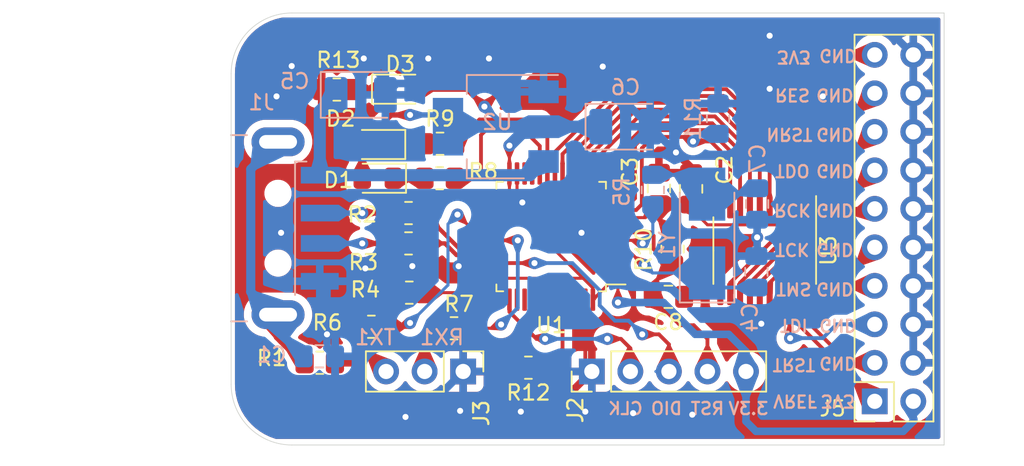
<source format=kicad_pcb>
(kicad_pcb (version 20221018) (generator pcbnew)
  (layers (0 "F.Cu" signal) (31 "B.Cu" signal) (34 "B.Paste" user) (35 "F.Paste" user) (36 "B.SilkS" user "B.Silkscreen") (37 "F.SilkS" user "F.Silkscreen") (38 "B.Mask" user) (39 "F.Mask" user) (44 "Edge.Cuts" user))
  (net 0 "")
  (net 1 "GND")
  (net 2 "+3V3")
  (net 3 "/OSC_IN")
  (net 4 "Net-(C7-Pad1)")
  (net 5 "/NRST")
  (net 6 "/SWDIO")
  (net 7 "/SWCLK")
  (net 8 "/UTX1")
  (net 9 "/URX1")
  (net 10 "/USB_D-")
  (net 11 "/USB_D+")
  (net 12 "/OSC_OUT")
  (net 13 "/LEDG_GPIO")
  (net 14 "/LEDR_GPIO")
  (net 15 "Net-(J1-Shield)")
  (net 16 "Net-(D1-K)")
  (net 17 "Net-(D2-K)")
  (net 18 "Net-(J1-D-)")
  (net 19 "Net-(J1-D+)")
  (net 20 "/VREF")
  (net 21 "/TRST")
  (net 22 "/TDI")
  (net 23 "/TMS_SIO")
  (net 24 "/TCK_SCK")
  (net 25 "/RTCK_UNUSED")
  (net 26 "/TDO")
  (net 27 "/RES_IO")
  (net 28 "Net-(U1-PA9)")
  (net 29 "Net-(U1-PA10)")
  (net 30 "Net-(U1-BOOT0)")
  (net 34 "/PA0")
  (net 35 "/PA1")
  (net 36 "/PA2")
  (net 37 "/PA3")
  (net 38 "/PA4")
  (net 39 "/PA7")
  (net 40 "/PB0")
  (net 44 "/PA5")
  (net 45 "/PA6")
  (net 48 "+5V")
  (net 59 "/MCU_RST")
  (net 60 "Net-(D3-K)")
  (footprint "Resistor_SMD:R_0805_2012Metric_Pad1.20x1.40mm_HandSolder" (layer "F.Cu") (at 100.85 134)
    (fp_text reference "R6")
    (fp_text value "100R")
  )
  (footprint "Resistor_SMD:R_0805_2012Metric_Pad1.20x1.40mm_HandSolder" (layer "F.Cu") (at 120.7 128.875 -90)
    (fp_text reference "R10")
    (fp_text value "10K")
  )
  (footprint "Resistor_SMD:R_0805_2012Metric_Pad1.20x1.40mm_HandSolder" (layer "F.Cu") (at 111.2 136.7 180)
    (fp_text reference "R12")
    (fp_text value "10K")
  )
  (footprint "Connector_PinHeader_2.54mm:PinHeader_1x05_P2.54mm_Vertical" (layer "F.Cu") (at 115.38 136.95 90)
    (fp_text reference "J2")
    (fp_text value "SWD_CONN_5P")
  )
  (footprint "Resistor_SMD:R_0805_2012Metric_Pad1.20x1.40mm_HandSolder" (layer "F.Cu") (at 106.3 134.1)
    (fp_text reference "R7")
    (fp_text value "100R")
  )
  (footprint "Diode_SMD:D_0805_2012Metric_Pad1.15x1.40mm_HandSolder" (layer "F.Cu") (at 101.225 121.975 180)
    (fp_text reference "D2")
    (fp_text value "LEDR")
  )
  (footprint "Diode_SMD:D_0805_2012Metric_Pad1.15x1.40mm_HandSolder" (layer "F.Cu") (at 101.275 124.2 180)
    (fp_text reference "D1")
    (fp_text value "LEDG")
  )
  (footprint "Resistor_SMD:R_0805_2012Metric_Pad1.20x1.40mm_HandSolder" (layer "F.Cu") (at 105.35 124.2)
    (fp_text reference "R8")
    (fp_text value "1K")
  )
  (footprint "Resistor_SMD:R_0805_2012Metric_Pad1.20x1.40mm_HandSolder" (layer "F.Cu") (at 105.375 121.925)
    (fp_text reference "R9")
    (fp_text value "1K")
  )
  (footprint "Resistor_SMD:R_0805_2012Metric_Pad1.20x1.40mm_HandSolder" (layer "F.Cu") (at 103.3 128.5 180)
    (fp_text reference "R3")
    (fp_text value "22R")
  )
  (footprint "Resistor_SMD:R_0805_2012Metric_Pad1.20x1.40mm_HandSolder" (layer "F.Cu") (at 103.3 126.5 180)
    (fp_text reference "R2")
    (fp_text value "22R")
  )
  (footprint "Resistor_SMD:R_0805_2012Metric_Pad1.20x1.40mm_HandSolder" (layer "F.Cu") (at 103.35 131.75 180)
    (fp_text reference "R4")
    (fp_text value "1.5K")
  )
  (footprint "Connector_PinHeader_2.54mm:PinHeader_1x03_P2.54mm_Vertical" (layer "F.Cu") (at 106.9 136.95 -90)
    (fp_text reference "J3")
    (fp_text value "UART1_CONN_3P")
  )
  (footprint "Capacitor_SMD:C_0805_2012Metric_Pad1.18x1.45mm_HandSolder" (layer "F.Cu") (at 119.8 124.875 -90)
    (fp_text reference "C3")
    (fp_text value "1uF")
  )
  (footprint "Capacitor_SMD:C_0805_2012Metric_Pad1.18x1.45mm_HandSolder" (layer "F.Cu") (at 121.925 124.9 -90)
    (fp_text reference "C2")
    (fp_text value "100nF")
  )
  (footprint "Capacitor_SMD:C_0805_2012Metric_Pad1.18x1.45mm_HandSolder" (layer "F.Cu") (at 120.425 132.025)
    (fp_text reference "C8")
    (fp_text value "0.1uF")
  )
  (footprint "Resistor_SMD:R_0805_2012Metric_Pad1.20x1.40mm_HandSolder" (layer "F.Cu") (at 97.45 136.375)
    (fp_text reference "R1")
    (fp_text value "1M")
  )
  (footprint "Resistor_SMD:R_0805_2012Metric_Pad1.20x1.40mm_HandSolder" (layer "F.Cu") (at 98.575 118.35 180)
    (fp_text reference "R13")
    (fp_text value "1K")
  )
  (footprint "Package_SO:TSSOP-20_4.4x6.5mm_P0.65mm" (layer "F.Cu") (at 126.775 128.975 -90)
    (fp_text reference "U3")
    (fp_text value "TXS0108EPW")
  )
  (footprint "Package_QFP:LQFP-48_7x7mm_P0.5mm" (layer "F.Cu") (at 112.7 128.05 180)
    (fp_text reference "U1")
    (fp_text value "STM32F103CBTx")
  )
  (footprint "Connector_PinSocket_2.54mm:PinSocket_2x10_P2.54mm_Vertical" (layer "F.Cu") (at 134.025 138.92 180)
    (fp_text reference "J5")
    (fp_text value "Conn_02x10_Odd_Even")
  )
  (footprint "Diode_SMD:D_0805_2012Metric_Pad1.15x1.40mm_HandSolder" (layer "F.Cu") (at 102.75 118.325)
    (fp_text reference "D3")
    (fp_text value "LEDB")
  )
  (footprint "Package_TO_SOT_SMD:SOT-223-3_TabPin2" (layer "B.Cu") (at 109.05 120.8 180)
    (fp_text reference "U2")
    (fp_text value "AMS1117-3.3")
  )
  (footprint "Connector_USB:USB_A_CNCTech_1001-011-01101_Horizontal" (layer "B.Cu") (at 87.8 127.5 180)
    (fp_text reference "J1")
    (fp_text value "USB_A_CONN")
  )
  (footprint "Capacitor_SMD:C_0805_2012Metric_Pad1.18x1.45mm_HandSolder" (layer "B.Cu") (at 97.425 135.95)
    (fp_text reference "C1")
    (fp_text value "10nF")
  )
  (footprint "Capacitor_Tantalum_SMD:CP_EIA-3528-12_Kemet-T_Pad1.50x2.35mm_HandSolder" (layer "B.Cu") (at 117.6 120.8)
    (fp_text reference "C6")
    (fp_text value "22uF")
  )
  (footprint "Capacitor_Tantalum_SMD:CP_EIA-3528-12_Kemet-T_Pad1.50x2.35mm_HandSolder" (layer "B.Cu") (at 100.15 118.7)
    (fp_text reference "C5")
    (fp_text value "10uF")
  )
  (footprint "Capacitor_SMD:C_0805_2012Metric_Pad1.18x1.45mm_HandSolder" (layer "B.Cu") (at 126.275 125.9 -90)
    (fp_text reference "C7")
    (fp_text value "10pF")
  )
  (footprint "Capacitor_SMD:C_0805_2012Metric_Pad1.18x1.45mm_HandSolder" (layer "B.Cu") (at 126.225 130.375 90)
    (fp_text reference "C4")
    (fp_text value "10pF")
  )
  (footprint "Resistor_SMD:R_0805_2012Metric_Pad1.20x1.40mm_HandSolder" (layer "B.Cu") (at 119.4 124.975 90)
    (fp_text reference "R5")
    (fp_text value "0R")
  )
  (footprint "Resistor_SMD:R_0805_2012Metric_Pad1.20x1.40mm_HandSolder" (layer "B.Cu") (at 123.7 120.275 -90)
    (fp_text reference "R11")
    (fp_text value "10K")
  )
  (footprint "Crystal:Crystal_SMD_5032-2Pin_5.0x3.2mm_HandSoldering" (layer "B.Cu") (at 122.975 127.85 90)
    (fp_text reference "Y1")
    (fp_text value "8MHz")
  )
  (gr_line (start 138.6 141.8) (end 95.61 141.8) (stroke (width 0.05)) (layer "Edge.Cuts"))
  (gr_arc (start 91.61 117.3) (mid 92.781573 114.471573) (end 95.61 113.3) (stroke (width 0.05)) (layer "Edge.Cuts"))
  (gr_line (start 95.61 113.3) (end 138.6 113.3) (stroke (width 0.05)) (layer "Edge.Cuts"))
  (gr_line (start 91.61 137.8) (end 91.61 117.3) (stroke (width 0.05)) (layer "Edge.Cuts"))
  (gr_line (start 138.6 113.3) (end 138.6 141.8) (stroke (width 0.05)) (layer "Edge.Cuts"))
  (gr_arc (start 95.61 141.8) (mid 92.781573 140.628427) (end 91.61 137.8) (stroke (width 0.05)) (layer "Edge.Cuts"))
  (gr_text "DIO" (at 120.3 139.4) (layer "B.SilkS") (effects (font (size 0.8 0.8)) (justify mirror)))
  (gr_text "RES" (at 128.6 118.7 180) (layer "B.SilkS") (effects (font (size 0.8 0.8)) (justify mirror)))
  (gr_text "GND" (at 131.6 133.9 180) (layer "B.SilkS") (effects (font (size 0.8 0.8)) (justify mirror)))
  (gr_text "TMS" (at 128.7 131.5 180) (layer "B.SilkS") (effects (font (size 0.8 0.8)) (justify mirror)))
  (gr_text "GND" (at 131.4 126.3 180) (layer "B.SilkS") (effects (font (size 0.8 0.8)) (justify mirror)))
  (gr_text "GND" (at 131.4 131.5 180) (layer "B.SilkS") (effects (font (size 0.8 0.8)) (justify mirror)))
  (gr_text "NRST" (at 128.4 121.3 180) (layer "B.SilkS") (effects (font (size 0.8 0.8)) (justify mirror)))
  (gr_text "RCK" (at 128.6 126.3 180) (layer "B.SilkS") (effects (font (size 0.8 0.8)) (justify mirror)))
  (gr_text "CLK" (at 117.6 139.4) (layer "B.SilkS") (effects (font (size 0.8 0.8)) (justify mirror)))
  (gr_text "TDO" (at 128.6 123.7 180) (layer "B.SilkS") (effects (font (size 0.8 0.8)) (justify mirror)))
  (gr_text "GND" (at 131.4 118.7 180) (layer "B.SilkS") (effects (font (size 0.8 0.8)) (justify mirror)))
  (gr_text "TX1" (at 101.1 134.7) (layer "B.SilkS") (effects (font (size 1 1)) (justify mirror)))
  (gr_text "GND" (at 131.6 136.4 180) (layer "B.SilkS") (effects (font (size 0.8 0.8)) (justify mirror)))
  (gr_text "GND" (at 131.4 121.3 180) (layer "B.SilkS") (effects (font (size 0.8 0.8)) (justify mirror)))
  (gr_text "GND" (at 131.4 123.7 180) (layer "B.SilkS") (effects (font (size 0.8 0.8)) (justify mirror)))
  (gr_text "3.3V" (at 125.7 139.4) (layer "B.SilkS") (effects (font (size 0.8 0.8)) (justify mirror)))
  (gr_text "TCK" (at 128.6 128.9 180) (layer "B.SilkS") (effects (font (size 0.8 0.8)) (justify mirror)))
  (gr_text "3V3" (at 128.7 116.2 180) (layer "B.SilkS") (effects (font (size 0.8 0.8)) (justify mirror)))
  (gr_text "GND" (at 131.6 116.1 180) (layer "B.SilkS") (effects (font (size 0.8 0.8)) (justify mirror)))
  (gr_text "RST" (at 123 139.4) (layer "B.SilkS") (effects (font (size 0.8 0.8)) (justify mirror)))
  (gr_text "VREF" (at 128.8 138.9 180) (layer "B.SilkS") (effects (font (size 0.8 0.8)) (justify mirror)))
  (gr_text "TDI" (at 128.7 133.9 180) (layer "B.SilkS") (effects (font (size 0.8 0.8)) (justify mirror)))
  (gr_text "TRST" (at 128.7 136.5 180) (layer "B.SilkS") (effects (font (size 0.8 0.8)) (justify mirror)))
  (gr_text "RX1" (at 105.5 134.7) (layer "B.SilkS") (effects (font (size 1 1)) (justify mirror)))
  (gr_text "GND" (at 131.4 128.9 180) (layer "B.SilkS") (effects (font (size 0.8 0.8)) (justify mirror)))
  (gr_text "3V3" (at 131.6 138.9 180) (layer "B.SilkS") (effects (font (size 0.8 0.8)) (justify mirror)))
  (segment (start 110.2 137.6) (end 111.4 138.8) (width 0.5) (layer "F.Cu") (net 1))
  (segment (start 113.53 138.8) (end 115.38 136.95) (width 0.5) (layer "F.Cu") (net 1))
  (segment (start 121.925 123.5) (end 121.925 123.8625) (width 0.5) (layer "F.Cu") (net 1))
  (segment (start 121.4625 132.025) (end 123.6625 132.025) (width 0.35) (layer "F.Cu") (net 1))
  (segment (start 106.9 136.95) (end 109.95 136.95) (width 0.5) (layer "F.Cu") (net 1))
  (segment (start 116.8625 127.3) (end 115.2 127.3) (width 0.25) (layer "F.Cu") (net 1))
  (segment (start 111.4 138.8) (end 113.53 138.8) (width 0.5) (layer "F.Cu") (net 1))
  (segment (start 123.85 131.8375) (end 123.85 130.525) (width 0.35) (layer "F.Cu") (net 1))
  (segment (start 106.602517 130.0045) (end 103.5545 130.0045) (width 0.5) (layer "F.Cu") (net 1))
  (segment (start 121.9 123.8375) (end 121.925 123.8625) (width 0.5) (layer "F.Cu") (net 1))
  (segment (start 107.35 136.5) (end 106.9 136.95) (width 0.5) (layer "F.Cu") (net 1))
  (segment (start 120.925 122.5) (end 121.925 123.5) (width 0.5) (layer "F.Cu") (net 1))
  (segment (start 114.95 136.52) (end 114.95 132.2125) (width 0.25) (layer "F.Cu") (net 1))
  (segment (start 108.5375 130.3) (end 106.898017 130.3) (width 0.25) (layer "F.Cu") (net 1))
  (segment (start 100.35 116.3) (end 98.3 116.3) (width 0.5) (layer "F.Cu") (net 1))
  (segment (start 114.97499 132.23749) (end 114.95 132.2125) (width 0.25) (layer "F.Cu") (net 1))
  (segment (start 98.3 116.3) (end 97.575 117.025) (width 0.5) (layer "F.Cu") (net 1))
  (segment (start 109.95 136.95) (end 110.2 136.7) (width 0.5) (layer "F.Cu") (net 1))
  (segment (start 106.898017 130.3) (end 106.602517 130.0045) (width 0.25) (layer "F.Cu") (net 1))
  (segment (start 103.5545 130.0045) (end 103.55 130) (width 0.5) (layer "F.Cu") (net 1))
  (segment (start 119.8 123.8375) (end 121.9 123.8375) (width 0.5) (layer "F.Cu") (net 1))
  (segment (start 110.45 125.45) (end 110.8 125.8) (width 0.2) (layer "F.Cu") (net 1))
  (segment (start 116.1 116.8345) (end 128.6345 116.8345) (width 0.5) (layer "F.Cu") (net 1))
  (segment (start 115.2 127.3) (end 114.7 127.8) (width 0.25) (layer "F.Cu") (net 1))
  (segment (start 123.85 130.525) (end 126.275 128.1) (width 0.35) (layer "F.Cu") (net 1))
  (segment (start 97.575 117.025) (end 97.575 118.35) (width 0.5) (layer "F.Cu") (net 1))
  (segment (start 98.45 136.375) (end 98.45 135.025) (width 0.5) (layer "F.Cu") (net 1))
  (segment (start 110.2 136.7) (end 110.2 137.6) (width 0.5) (layer "F.Cu") (net 1))
  (segment (start 98.45 135.025) (end 97.925 134.5) (width 0.5) (layer "F.Cu") (net 1))
  (segment (start 110.45 123.8875) (end 110.45 125.45) (width 0.2) (layer "F.Cu") (net 1))
  (segment (start 115.38 136.95) (end 114.95 136.52) (width 0.25) (layer "F.Cu") (net 1))
  (segment (start 128.6345 116.8345) (end 130.6 118.8) (width 0.5) (layer "F.Cu") (net 1))
  (segment (start 123.6625 132.025) (end 123.85 131.8375) (width 0.35) (layer "F.Cu") (net 1))
  (via (at 122 139.8) (size 0.8) (drill 0.4) (layers "F.Cu" "B.Cu") (net 1))
  (via (at 104.6 116.3) (size 0.8) (drill 0.4) (layers "F.Cu" "B.Cu") (net 1))
  (via (at 130.6 118.8) (size 0.8) (drill 0.4) (layers "F.Cu" "B.Cu") (net 1))
  (via (at 118.1 139.7) (size 0.8) (drill 0.4) (layers "F.Cu" "B.Cu") (net 1))
  (via (at 114.95 139.6) (size 0.8) (drill 0.4) (layers "F.Cu" "B.Cu") (net 1))
  (via (at 110.7 139.6) (size 0.8) (drill 0.4) (layers "F.Cu" "B.Cu") (net 1))
  (via (at 95.6 116.8) (size 0.8) (drill 0.4) (layers "F.Cu" "B.Cu") (net 1))
  (via (at 103.55 130) (size 0.8) (drill 0.4) (layers "F.Cu" "B.Cu") (net 1))
  (via (at 106.602517 130.0045) (size 0.8) (drill 0.4) (layers "F.Cu" "B.Cu") (net 1))
  (via (at 94.6 118.8) (size 0.8) (drill 0.4) (layers "F.Cu" "B.Cu") (net 1))
  (via (at 126.275 128.1) (size 0.8) (drill 0.4) (layers "F.Cu" "B.Cu") (net 1))
  (via (at 97.925 134.5) (size 0.8) (drill 0.4) (layers "F.Cu" "B.Cu") (net 1))
  (via (at 103.1 139.95) (size 0.8) (drill 0.4) (layers "F.Cu" "B.Cu") (net 1))
  (via (at 100.35 116.3) (size 0.8) (drill 0.4) (layers "F.Cu" "B.Cu") (net 1))
  (via (at 120.925 122.5) (size 0.8) (drill 0.4) (layers "F.Cu" "B.Cu") (net 1))
  (via (at 127.1 118.3) (size 0.8) (drill 0.4) (layers "F.Cu" "B.Cu") (net 1))
  (via (at 100.45 130.15) (size 0.8) (drill 0.4) (layers "F.Cu" "B.Cu") (net 1))
  (via (at 126.55 133.8) (size 0.8) (drill 0.4) (layers "F.Cu" "B.Cu") (net 1))
  (via (at 106.7 139.55) (size 0.8) (drill 0.4) (layers "F.Cu" "B.Cu") (net 1))
  (via (at 94.9 127.8) (size 0.8) (drill 0.4) (layers "F.Cu" "B.Cu") (net 1))
  (via (at 110.8 125.8) (size 0.8) (drill 0.4) (layers "F.Cu" "B.Cu") (net 1))
  (via (at 108.6 116.3) (size 0.8) (drill 0.4) (layers "F.Cu" "B.Cu") (net 1))
  (via (at 116.1 116.8345) (size 0.8) (drill 0.4) (layers "F.Cu" "B.Cu") (net 1))
  (via (at 114.7 127.8) (size 0.8) (drill 0.4) (layers "F.Cu" "B.Cu") (net 1))
  (via (at 127.1 114.8) (size 0.8) (drill 0.4) (layers "F.Cu" "B.Cu") (net 1))
  (segment (start 98.4625 135.95) (end 98.4625 137.8625) (width 0.5) (layer "B.Cu") (net 1))
  (segment (start 112.2 118.5) (end 114.6 118.5) (width 0.5) (layer "B.Cu") (net 1))
  (segment (start 114.6 118.5) (end 114.6 118.3345) (width 0.5) (layer "B.Cu") (net 1))
  (segment (start 128.25 116.65) (end 130.65 114.25) (width 0.5) (layer "B.Cu") (net 1))
  (segment (start 120.75 119.275) (end 123.7 119.275) (width 0.5) (layer "B.Cu") (net 1))
  (segment (start 130.65 114.25) (end 134.755 114.25) (width 0.5) (layer "B.Cu") (net 1))
  (segment (start 104.975 138.875) (end 106.9 136.95) (width 0.5) (layer "B.Cu") (net 1))
  (segment (start 101.775 117.725) (end 100.35 116.3) (width 0.5) (layer "B.Cu") (net 1))
  (segment (start 97.925 131.475) (end 97.45 131) (width 0.5) (layer "B.Cu") (net 1))
  (segment (start 128.25 121.65) (end 128.25 116.65) (width 0.5) (layer "B.Cu") (net 1))
  (segment (start 127.3875 126.9375) (end 126.275 126.9375) (width 0.5) (layer "B.Cu") (net 1))
  (segment (start 101.775 118.7) (end 101.775 117.725) (width 0.5) (layer "B.Cu") (net 1))
  (segment (start 102.524999 117.950001) (end 111.650001 117.950001) (width 0.5) (layer "B.Cu") (net 1))
  (segment (start 103.55 130) (end 102.55 131) (width 0.5) (layer "B.Cu") (net 1))
  (segment (start 97.925 135.4125) (end 98.4625 135.95) (width 0.5) (layer "B.Cu") (net 1))
  (segment (start 116.925 118.5) (end 119.225 120.8) (width 0.5) (layer "B.Cu") (net 1))
  (segment (start 114.225 125.8) (end 119.225 120.8) (width 0.5) (layer "B.Cu") (net 1))
  (segment (start 120.925 122.5) (end 119.225 120.8) (width 0.5) (layer "B.Cu") (net 1))
  (segment (start 101.775 118.7) (end 102.524999 117.950001) (width 0.5) (layer "B.Cu") (net 1))
  (segment (start 125.875 119.275) (end 128.25 121.65) (width 0.5) (layer "B.Cu") (net 1))
  (segment (start 134.755 114.25) (end 136.565 116.06) (width 0.5) (layer "B.Cu") (net 1))
  (segment (start 97.925 134.5) (end 97.925 131.475) (width 0.5) (layer "B.Cu") (net 1))
  (segment (start 114.6 118.5) (end 116.925 118.5) (width 0.5) (layer "B.Cu") (net 1))
  (segment (start 106.602517 129.997483) (end 110.8 125.8) (width 0.5) (layer "B.Cu") (net 1))
  (segment (start 126.275 128.1) (end 126.275 129.2875) (width 0.5) (layer "B.Cu") (net 1))
  (segment (start 119.225 120.8) (end 120.75 119.275) (width 0.5) (layer "B.Cu") (net 1))
  (segment (start 106.602517 130.0045) (end 106.602517 129.997483) (width 0.5) (layer "B.Cu") (net 1))
  (segment (start 97.925 134.5) (end 97.925 135.4125) (width 0.5) (layer "B.Cu") (net 1))
  (segment (start 111.650001 117.950001) (end 112.2 118.5) (width 0.5) (layer "B.Cu") (net 1))
  (segment (start 112.7 125.8) (end 114.7 127.8) (width 0.5) (layer "B.Cu") (net 1))
  (segment (start 123.7 119.275) (end 125.875 119.275) (width 0.5) (layer "B.Cu") (net 1))
  (segment (start 128.25 123.775) (end 128.25 126.075) (width 0.5) (layer "B.Cu") (net 1))
  (segment (start 128.25 126.075) (end 127.3875 126.9375) (width 0.5) (layer "B.Cu") (net 1))
  (segment (start 114.6 118.3345) (end 116.1 116.8345) (width 0.5) (layer "B.Cu") (net 1))
  (segment (start 126.275 129.2875) (end 126.225 129.3375) (width 0.5) (layer "B.Cu") (net 1))
  (segment (start 128.25 123.775) (end 128.25 121.65) (width 0.5) (layer "B.Cu") (net 1))
  (segment (start 99.475 138.875) (end 104.975 138.875) (width 0.5) (layer "B.Cu") (net 1))
  (segment (start 102.55 131) (end 97.45 131) (width 0.5) (layer "B.Cu") (net 1))
  (segment (start 98.4625 137.8625) (end 99.475 138.875) (width 0.5) (layer "B.Cu") (net 1))
  (segment (start 112.7 125.8) (end 114.225 125.8) (width 0.5) (layer "B.Cu") (net 1))
  (segment (start 126.275 126.9375) (end 126.275 128.1) (width 0.5) (layer "B.Cu") (net 1))
  (segment (start 136.565 116.06) (end 136.565 136.38) (width 0.5) (layer "B.Cu") (net 1))
  (segment (start 110.8 125.8) (end 112.7 125.8) (width 0.5) (layer "B.Cu") (net 1))
  (segment (start 109.95 126.45) (end 109.95 123.8875) (width 0.2) (layer "F.Cu") (net 2))
  (segment (start 114.805346 130.8) (end 114.8 130.8) (width 0.2) (layer "F.Cu") (net 2))
  (segment (start 110.8 126.8) (end 110.3 126.8) (width 0.2) (layer "F.Cu") (net 2))
  (segment (start 128.625 127.275) (end 129.05 126.85) (width 0.2) (layer "F.Cu") (net 2))
  (segment (start 117.1 131.0375) (end 116.8625 130.8) (width 0.2) (layer "F.Cu") (net 2))
  (segment (start 100.2 121.975) (end 102.15 120.025) (width 0.35) (layer "F.Cu") (net 2))
  (segment (start 114 126.8) (end 110.8 126.8) (width 0.2) (layer "F.Cu") (net 2))
  (segment (start 107.5875 131.75) (end 104.35 131.75) (width 0.2) (layer "F.Cu") (net 2))
  (segment (start 118.9125 126.8) (end 119.8 125.9125) (width 0.2) (layer "F.Cu") (net 2))
  (segment (start 117.1 132.4) (end 117.1 131.0375) (width 0.2) (layer "F.Cu") (net 2))
  (segment (start 119.8 126.975) (end 120.7 127.875) (width 0.2) (layer "F.Cu") (net 2))
  (segment (start 115.45 132.2125) (end 116.8625 130.8) (width 0.2) (layer "F.Cu") (net 2))
  (segment (start 116.8625 126.8) (end 118.9125 126.8) (width 0.2) (layer "F.Cu") (net 2))
  (segment (start 100.25 122.025) (end 100.2 121.975) (width 0.35) (layer "F.Cu") (net 2))
  (segment (start 114.805346 130.8) (end 115.45 131.444654) (width 0.2) (layer "F.Cu") (net 2))
  (segment (start 129.05 126.85) (end 129.05 126.1125) (width 0.2) (layer "F.Cu") (net 2))
  (segment (start 102.15 120.025) (end 103.4 120.025) (width 0.35) (layer "F.Cu") (net 2))
  (segment (start 115.45 131.444654) (end 115.45 131.475) (width 0.2) (layer "F.Cu") (net 2))
  (segment (start 114.8 130.8) (end 110.8 126.8) (width 0.2) (layer "F.Cu") (net 2))
  (segment (start 119.8 125.9125) (end 121.9 125.9125) (width 0.2) (layer "F.Cu") (net 2))
  (segment (start 108.5375 130.8) (end 114.805346 130.8) (width 0.2) (layer "F.Cu") (net 2))
  (segment (start 100.25 124.2) (end 100.25 122.025) (width 0.35) (layer "F.Cu") (net 2))
  (segment (start 119.8 125.9125) (end 119.8 126.975) (width 0.2) (layer "F.Cu") (net 2))
  (segment (start 114 126.8) (end 116.125 126.8) (width 0.2) (layer "F.Cu") (net 2))
  (segment (start 103.775 118.325) (end 107.15 118.325) (width 0.35) (layer "F.Cu") (net 2))
  (segment (start 116.125 126.8) (end 116.8625 126.8) (width 0.2) (layer "F.Cu") (net 2))
  (segment (start 110.3 126.8) (end 109.95 126.45) (width 0.2) (layer "F.Cu") (net 2))
  (segment (start 123 127.275) (end 128.625 127.275) (width 0.2) (layer "F.Cu") (net 2))
  (segment (start 108.5375 130.8) (end 107.5875 131.75) (width 0.2) (layer "F.Cu") (net 2))
  (segment (start 111.715 116.06) (end 134.025 116.06) (width 0.35) (layer "F.Cu") (net 2))
  (segment (start 107.15 118.325) (end 108.3 119.475) (width 0.35) (layer "F.Cu") (net 2))
  (segment (start 108.3 119.475) (end 111.715 116.06) (width 0.35) (layer "F.Cu") (net 2))
  (segment (start 109.95 123.8875) (end 109.95 122.05) (width 0.2) (layer "F.Cu") (net 2))
  (segment (start 121.9 125.9125) (end 121.925 125.9375) (width 0.2) (layer "F.Cu") (net 2))
  (segment (start 121.925 126.2) (end 123 127.275) (width 0.2) (layer "F.Cu") (net 2))
  (segment (start 121.925 125.9375) (end 121.925 126.2) (width 0.2) (layer "F.Cu") (net 2))
  (segment (start 115.45 131.475) (end 115.45 132.2125) (width 0.2) (layer "F.Cu") (net 2))
  (via (at 109.95 122.05) (size 0.8) (drill 0.4) (layers "F.Cu" "B.Cu") (net 2))
  (via (at 117.1 132.4) (size 0.8) (drill 0.4) (layers "F.Cu" "B.Cu") (net 2))
  (via (at 103.4 120.025) (size 0.8) (drill 0.4) (layers "F.Cu" "B.Cu") (net 2))
  (via (at 108.3 119.475) (size 0.8) (drill 0.4) (layers "F.Cu" "B.Cu") (net 2))
  (segment (start 120.1 132.4) (end 122.2 134.5) (width 0.5) (layer "B.Cu") (net 2))
  (segment (start 126.2 140.9) (end 125.54 140.24) (width 0.5) (layer "B.Cu") (net 2))
  (segment (start 117.1 132.4) (end 120.1 132.4) (width 0.5) (layer "B.Cu") (net 2))
  (segment (start 125.54 135.64) (end 125.54 136.95) (width 0.5) (layer "B.Cu") (net 2))
  (segment (start 124.4 134.5) (end 125.54 135.64) (width 0.5) (layer "B.Cu") (net 2))
  (segment (start 112.2 120.8) (end 115.975 120.8) (width 0.8) (layer "B.Cu") (net 2))
  (segment (start 105.75 120.95) (end 105.9 120.8) (width 0.2) (layer "B.Cu") (net 2))
  (segment (start 111.2 120.8) (end 109.95 122.05) (width 0.8) (layer "B.Cu") (net 2))
  (segment (start 105.9 120.8) (end 109.65 120.8) (width 0.8) (layer "B.Cu") (net 2))
  (segment (start 136.565 140.065) (end 136.6 140.1) (width 0.5) (layer "B.Cu") (net 2))
  (segment (start 135.9 140.9) (end 126.2 140.9) (width 0.5) (layer "B.Cu") (net 2))
  (segment (start 125.54 140.24) (end 125.54 136.95) (width 0.5) (layer "B.Cu") (net 2))
  (segment (start 122.2 134.5) (end 124.4 134.5) (width 0.5) (layer "B.Cu") (net 2))
  (segment (start 103.4 120.025) (end 105.125 120.025) (width 0.35) (layer "B.Cu") (net 2))
  (segment (start 112.2 120.8) (end 111.2 120.8) (width 0.8) (layer "B.Cu") (net 2))
  (segment (start 136.565 138.92) (end 136.565 140.065) (width 0.5) (layer "B.Cu") (net 2))
  (segment (start 136.6 140.1) (end 136.6 140.2) (width 0.5) (layer "B.Cu") (net 2))
  (segment (start 108.3 119.475) (end 108.325 119.475) (width 0.35) (layer "B.Cu") (net 2))
  (segment (start 136.6 140.2) (end 135.9 140.9) (width 0.5) (layer "B.Cu") (net 2))
  (segment (start 105.125 120.025) (end 105.9 120.8) (width 0.35) (layer "B.Cu") (net 2))
  (segment (start 109.65 120.8) (end 112.2 120.8) (width 0.8) (layer "B.Cu") (net 2))
  (segment (start 108.325 119.475) (end 109.65 120.8) (width 0.35) (layer "B.Cu") (net 2))
  (segment (start 118.805346 129.969654) (end 118.85 129.925) (width 0.2) (layer "F.Cu") (net 3))
  (segment (start 117.630346 128.8) (end 118.8 129.969654) (width 0.2) (layer "F.Cu") (net 3))
  (segment (start 116.8625 128.8) (end 117.630346 128.8) (width 0.2) (layer "F.Cu") (net 3))
  (segment (start 118.8 129.969654) (end 118.805346 129.969654) (width 0.2) (layer "F.Cu") (net 3))
  (via (at 118.85 129.925) (size 0.8) (drill 0.4) (layers "F.Cu" "B.Cu") (net 3))
  (segment (start 118.85 129.925) (end 119.375 130.45) (width 0.2) (layer "B.Cu") (net 3))
  (segment (start 119.375 130.45) (end 122.975 130.45) (width 0.2) (layer "B.Cu") (net 3))
  (segment (start 123.9375 131.4125) (end 122.975 130.45) (width 0.25) (layer "B.Cu") (net 3))
  (segment (start 126.225 131.4125) (end 123.9375 131.4125) (width 0.25) (layer "B.Cu") (net 3))
  (segment (start 119.4 123.975) (end 121.7 123.975) (width 0.25) (layer "B.Cu") (net 4))
  (segment (start 125.8875 125.25) (end 126.275 124.8625) (width 0.25) (layer "B.Cu") (net 4))
  (segment (start 122.975 125.25) (end 125.8875 125.25) (width 0.25) (layer "B.Cu") (net 4))
  (segment (start 121.7 123.975) (end 122.975 125.25) (width 0.25) (layer "B.Cu") (net 4))
  (segment (start 130.8 128.85) (end 131.25 128.4) (width 0.25) (layer "F.Cu") (net 5))
  (segment (start 125.15 131.8375) (end 125.15 131.1) (width 0.25) (layer "F.Cu") (net 5))
  (segment (start 131.25 123.915) (end 134.025 121.14) (width 0.25) (layer "F.Cu") (net 5))
  (segment (start 131.25 128.4) (end 131.25 123.915) (width 0.25) (layer "F.Cu") (net 5))
  (segment (start 127.4 128.85) (end 130.8 128.85) (width 0.25) (layer "F.Cu") (net 5))
  (segment (start 125.15 131.1) (end 127.4 128.85) (width 0.25) (layer "F.Cu") (net 5))
  (segment (start 108.5375 129.8) (end 111.6 129.8) (width 0.25) (layer "F.Cu") (net 6))
  (segment (start 120.46 135.16) (end 120.46 136.95) (width 0.25) (layer "F.Cu") (net 6))
  (segment (start 119.8 134.5) (end 120.46 135.16) (width 0.25) (layer "F.Cu") (net 6))
  (segment (start 119.75 136.94) (end 119.74 136.95) (width 0.2) (layer "F.Cu") (net 6))
  (segment (start 118.7 134.5) (end 119.8 134.5) (width 0.25) (layer "F.Cu") (net 6))
  (via (at 111.6 129.8) (size 0.8) (drill 0.4) (layers "F.Cu" "B.Cu") (net 6))
  (via (at 118.7 134.5) (size 0.8) (drill 0.4) (layers "F.Cu" "B.Cu") (net 6))
  (segment (start 119.6 136.95) (end 119.74 136.95) (width 0.2) (layer "B.Cu") (net 6))
  (segment (start 111.6 129.8) (end 114.1 129.8) (width 0.25) (layer "B.Cu") (net 6))
  (segment (start 116.9 133.6) (end 117.8 133.6) (width 0.25) (layer "B.Cu") (net 6))
  (segment (start 114.1 129.8) (end 115.9 131.6) (width 0.25) (layer "B.Cu") (net 6))
  (segment (start 117.8 133.6) (end 118.7 134.5) (width 0.25) (layer "B.Cu") (net 6))
  (segment (start 115.9 131.6) (end 115.9 132.6) (width 0.25) (layer "B.Cu") (net 6))
  (segment (start 115.9 132.6) (end 116.9 133.6) (width 0.25) (layer "B.Cu") (net 6))
  (segment (start 111.734315 134.8) (end 112.3 134.8) (width 0.25) (layer "F.Cu") (net 7))
  (segment (start 111.734298 134.8) (end 111.734315 134.8) (width 0.25) (layer "F.Cu") (net 7))
  (segment (start 109.95 132.2125) (end 109.95 133.015702) (width 0.25) (layer "F.Cu") (net 7))
  (segment (start 117.3 134.8) (end 117.92 135.42) (width 0.25) (layer "F.Cu") (net 7))
  (segment (start 117.92 135.42) (end 117.92 136.95) (width 0.25) (layer "F.Cu") (net 7))
  (segment (start 116.4 134.8) (end 117.3 134.8) (width 0.25) (layer "F.Cu") (net 7))
  (segment (start 116.4 134.8) (end 116.45 134.85) (width 0.5) (layer "F.Cu") (net 7))
  (segment (start 109.95 133.015702) (end 111.734298 134.8) (width 0.25) (layer "F.Cu") (net 7))
  (via (at 112.3 134.8) (size 0.8) (drill 0.4) (layers "F.Cu" "B.Cu") (net 7))
  (via (at 116.4 134.8) (size 0.8) (drill 0.4) (layers "F.Cu" "B.Cu") (net 7))
  (segment (start 116.4 134.8) (end 112.3 134.8) (width 0.25) (layer "B.Cu") (net 7))
  (segment (start 99.85 134.98) (end 101.82 136.95) (width 0.35) (layer "F.Cu") (net 8))
  (segment (start 99.85 134) (end 99.85 134.98) (width 0.35) (layer "F.Cu") (net 8))
  (segment (start 104.36 135.04) (end 105.3 134.1) (width 0.35) (layer "F.Cu") (net 9))
  (segment (start 104.36 136.95) (end 104.36 135.04) (width 0.35) (layer "F.Cu") (net 9))
  (segment (start 106.635 128.835) (end 107.396249 128.835) (width 0.28) (layer "F.Cu") (net 10))
  (segment (start 104.3 126.5) (end 106.635 128.835) (width 0.28) (layer "F.Cu") (net 10))
  (segment (start 107.431249 128.8) (end 108.5375 128.8) (width 0.28) (layer "F.Cu") (net 10))
  (segment (start 107.396249 128.835) (end 107.431249 128.8) (width 0.28) (layer "F.Cu") (net 10))
  (segment (start 105.691888 128.5) (end 106.456888 129.265) (width 0.28) (layer "F.Cu") (net 11))
  (segment (start 104.175 128.5) (end 104.15 128.5) (width 0.35) (layer "F.Cu") (net 11))
  (segment (start 104.3 128.5) (end 105.691888 128.5) (width 0.28) (layer "F.Cu") (net 11))
  (segment (start 106.456888 129.265) (end 107.396249 129.265) (width 0.28) (layer "F.Cu") (net 11))
  (segment (start 107.431249 129.3) (end 108.5375 129.3) (width 0.28) (layer "F.Cu") (net 11))
  (segment (start 107.396249 129.265) (end 107.431249 129.3) (width 0.28) (layer "F.Cu") (net 11))
  (segment (start 118.530025 128.3) (end 118.730025 128.5) (width 0.2) (layer "F.Cu") (net 12))
  (segment (start 116.8625 128.3) (end 118.530025 128.3) (width 0.2) (layer "F.Cu") (net 12))
  (via (at 118.730025 128.5) (size 0.8) (drill 0.4) (layers "F.Cu" "B.Cu") (net 12))
  (segment (start 119.4 127.830025) (end 119.4 125.85) (width 0.2) (layer "B.Cu") (net 12))
  (segment (start 118.730025 128.5) (end 119.4 127.830025) (width 0.2) (layer "B.Cu") (net 12))
  (segment (start 108.075 123.7) (end 108.075 121.35) (width 0.25) (layer "F.Cu") (net 13))
  (segment (start 111.95 122.075) (end 111.95 123.8875) (width 0.25) (layer "F.Cu") (net 13))
  (segment (start 108.075 121.35) (end 108.575 120.85) (width 0.25) (layer "F.Cu") (net 13))
  (segment (start 110.725 120.85) (end 111.95 122.075) (width 0.25) (layer "F.Cu") (net 13))
  (segment (start 106.35 124.2) (end 107.575 124.2) (width 0.25) (layer "F.Cu") (net 13))
  (segment (start 108.575 120.85) (end 110.725 120.85) (width 0.25) (layer "F.Cu") (net 13))
  (segment (start 107.575 124.2) (end 108.075 123.7) (width 0.25) (layer "F.Cu") (net 13))
  (segment (start 107.975 120.325) (end 106.375 121.925) (width 0.25) (layer "F.Cu") (net 14))
  (segment (start 112.45 123.8875) (end 112.45 120.75) (width 0.25) (layer "F.Cu") (net 14))
  (segment (start 112.45 120.75) (end 112.025 120.325) (width 0.25) (layer "F.Cu") (net 14))
  (segment (start 112.025 120.325) (end 107.975 120.325) (width 0.25) (layer "F.Cu") (net 14))
  (segment (start 94.7 121.8) (end 94.6 121.8) (width 0.25) (layer "F.Cu") (net 15))
  (segment (start 94.7 133.2) (end 94.7 134.625) (width 0.6) (layer "F.Cu") (net 15))
  (segment (start 94.7 134.625) (end 96.45 136.375) (width 0.6) (layer "F.Cu") (net 15))
  (segment (start 94.7 133.2) (end 93.8 133.2) (width 0.8) (layer "B.Cu") (net 15))
  (segment (start 94.7 133.2) (end 94.7 134.2625) (width 0.6) (layer "B.Cu") (net 15))
  (segment (start 94.7 133.2) (end 94.4 133.2) (width 0.6) (layer "B.Cu") (net 15))
  (segment (start 92.9 131.7) (end 92.9 123.6) (width 0.6) (layer "B.Cu") (net 15))
  (segment (start 94.7 134.2625) (end 96.3875 135.95) (width 0.6) (layer "B.Cu") (net 15))
  (segment (start 92.9 123.6) (end 94.7 121.8) (width 0.6) (layer "B.Cu") (net 15))
  (segment (start 94.4 133.2) (end 92.9 131.7) (width 0.6) (layer "B.Cu") (net 15))
  (segment (start 102.3 124.2) (end 104.35 124.2) (width 0.35) (layer "F.Cu") (net 16))
  (segment (start 104.325 121.975) (end 104.375 121.925) (width 0.35) (layer "F.Cu") (net 17))
  (segment (start 102.25 121.975) (end 104.325 121.975) (width 0.35) (layer "F.Cu") (net 17))
  (segment (start 100.25 126.5) (end 102.3 126.5) (width 0.35) (layer "F.Cu") (net 18))
  (via (at 100.25 126.5) (size 0.8) (drill 0.4) (layers "F.Cu" "B.Cu") (net 18))
  (segment (start 97.45 126.5) (end 100.25 126.5) (width 0.35) (layer "B.Cu") (net 18))
  (segment (start 102.3 128.5) (end 102.3 131.7) (width 0.35) (layer "F.Cu") (net 19))
  (segment (start 102.3 131.7) (end 102.35 131.75) (width 0.35) (layer "F.Cu") (net 19))
  (segment (start 102.4 128.525) (end 102.425 128.5) (width 0.2) (layer "F.Cu") (net 19))
  (segment (start 100.25 128.5) (end 102.3 128.5) (width 0.35) (layer "F.Cu") (net 19))
  (via (at 100.25 128.5) (size 0.8) (drill 0.4) (layers "F.Cu" "B.Cu") (net 19))
  (segment (start 97.4 128.5) (end 100.25 128.5) (width 0.35) (layer "B.Cu") (net 19))
  (segment (start 97.45 128.5) (end 97.4 128.5) (width 0.35) (layer "B.Cu") (net 19))
  (segment (start 129.05 131.8375) (end 129.05 133.9) (width 0.25) (layer "F.Cu") (net 20))
  (segment (start 129.05 133.9) (end 134.025 138.875) (width 0.25) (layer "F.Cu") (net 20))
  (segment (start 134.025 138.875) (end 134.025 138.92) (width 0.25) (layer "F.Cu") (net 20))
  (segment (start 129.7 131.8375) (end 129.7 133.775) (width 0.25) (layer "F.Cu") (net 21))
  (segment (start 132.305 136.38) (end 134.025 136.38) (width 0.25) (layer "F.Cu") (net 21))
  (segment (start 129.7 133.775) (end 132.305 136.38) (width 0.25) (layer "F.Cu") (net 21))
  (segment (start 128.4 131.8375) (end 128.4 134.7) (width 0.25) (layer "F.Cu") (net 22))
  (segment (start 128.4 134.7) (end 128.45 134.75) (width 0.25) (layer "F.Cu") (net 22))
  (via (at 128.45 134.75) (size 0.8) (drill 0.4) (layers "F.Cu" "B.Cu") (net 22))
  (segment (start 128.45 134.75) (end 130.6 134.75) (width 0.25) (layer "B.Cu") (net 22))
  (segment (start 130.6 134.75) (end 131.51 133.84) (width 0.25) (layer "B.Cu") (net 22))
  (segment (start 131.51 133.84) (end 134.025 133.84) (width 0.25) (layer "B.Cu") (net 22))
  (segment (start 131.45 131.3) (end 134.025 131.3) (width 0.25) (layer "F.Cu") (net 23))
  (segment (start 130.8 130.65) (end 131.45 131.3) (width 0.25) (layer "F.Cu") (net 23))
  (segment (start 128.2 130.65) (end 130.8 130.65) (width 0.25) (layer "F.Cu") (net 23))
  (segment (start 127.75 131.8375) (end 127.75 131.1) (width 0.25) (layer "F.Cu") (net 23))
  (segment (start 127.75 131.1) (end 128.2 130.65) (width 0.25) (layer "F.Cu") (net 23))
  (segment (start 127.1 131.8375) (end 127.1 131.1) (width 0.25) (layer "F.Cu") (net 24))
  (segment (start 128 130.2) (end 132.585 130.2) (width 0.25) (layer "F.Cu") (net 24))
  (segment (start 127.1 131.1) (end 128 130.2) (width 0.25) (layer "F.Cu") (net 24))
  (segment (start 132.585 130.2) (end 134.025 128.76) (width 0.25) (layer "F.Cu") (net 24))
  (segment (start 126.45 131.8375) (end 126.45 131.1) (width 0.25) (layer "F.Cu") (net 25))
  (segment (start 132.15 126.9) (end 132.83 126.22) (width 0.25) (layer "F.Cu") (net 25))
  (segment (start 131.2 129.75) (end 132.15 128.8) (width 0.25) (layer "F.Cu") (net 25))
  (segment (start 132.83 126.22) (end 134.025 126.22) (width 0.25) (layer "F.Cu") (net 25))
  (segment (start 132.15 128.8) (end 132.15 126.9) (width 0.25) (layer "F.Cu") (net 25))
  (segment (start 127.8 129.75) (end 131.2 129.75) (width 0.25) (layer "F.Cu") (net 25))
  (segment (start 126.45 131.1) (end 127.8 129.75) (width 0.25) (layer "F.Cu") (net 25))
  (segment (start 125.8 131.1) (end 127.6 129.3) (width 0.25) (layer "F.Cu") (net 26))
  (segment (start 131.7 126.005) (end 134.025 123.68) (width 0.25) (layer "F.Cu") (net 26))
  (segment (start 127.6 129.3) (end 131 129.3) (width 0.25) (layer "F.Cu") (net 26))
  (segment (start 125.8 131.8375) (end 125.8 131.1) (width 0.25) (layer "F.Cu") (net 26))
  (segment (start 131.7 128.6) (end 131.7 126.005) (width 0.25) (layer "F.Cu") (net 26))
  (segment (start 131 129.3) (end 131.7 128.6) (width 0.25) (layer "F.Cu") (net 26))
  (segment (start 127.2 128.4) (end 130.35 128.4) (width 0.25) (layer "F.Cu") (net 27))
  (segment (start 130.35 128.4) (end 130.8 127.95) (width 0.25) (layer "F.Cu") (net 27))
  (segment (start 130.8 121.825) (end 134.025 118.6) (width 0.25) (layer "F.Cu") (net 27))
  (segment (start 124.5 131.1) (end 127.2 128.4) (width 0.25) (layer "F.Cu") (net 27))
  (segment (start 124.5 131.8375) (end 124.5 131.1) (width 0.25) (layer "F.Cu") (net 27))
  (segment (start 130.8 127.95) (end 130.8 121.825) (width 0.25) (layer "F.Cu") (net 27))
  (segment (start 101.85 134) (end 103.15 134) (width 0.25) (layer "F.Cu") (net 28))
  (segment (start 107.725 127.8) (end 108.5375 127.8) (width 0.2) (layer "F.Cu") (net 28))
  (segment (start 103.15 134) (end 103.4 133.75) (width 0.25) (layer "F.Cu") (net 28))
  (segment (start 106.525 126.6) (end 107.725 127.8) (width 0.2) (layer "F.Cu") (net 28))
  (via (at 106.525 126.6) (size 0.8) (drill 0.4) (layers "F.Cu" "B.Cu") (net 28))
  (via (at 103.4 133.75) (size 0.8) (drill 0.4) (layers "F.Cu" "B.Cu") (net 28))
  (segment (start 105.9 131.25) (end 103.4 133.75) (width 0.2) (layer "B.Cu") (net 28))
  (segment (start 105.9 127.225) (end 105.9 131.25) (width 0.2) (layer "B.Cu") (net 28))
  (segment (start 106.525 126.6) (end 105.9 127.225) (width 0.2) (layer "B.Cu") (net 28))
  (segment (start 108.5375 128.3) (end 110.5 128.3) (width 0.25) (layer "F.Cu") (net 29))
  (segment (start 109.15 134.1) (end 107.3 134.1) (width 0.2) (layer "F.Cu") (net 29))
  (segment (start 109.45 133.85) (end 109.4 133.85) (width 0.2) (layer "F.Cu") (net 29))
  (segment (start 109.4 133.85) (end 109.15 134.1) (width 0.2) (layer "F.Cu") (net 29))
  (via (at 109.4 133.85) (size 0.8) (drill 0.4) (layers "F.Cu" "B.Cu") (net 29))
  (via (at 110.5 128.3) (size 0.8) (drill 0.4) (layers "F.Cu" "B.Cu") (net 29))
  (segment (start 110.5 132.75) (end 110.5 128.3) (width 0.25) (layer "B.Cu") (net 29))
  (segment (start 109.4 133.85) (end 110.5 132.75) (width 0.25) (layer "B.Cu") (net 29))
  (segment (start 113.45 135.45) (end 113.45 132.2125) (width 0.25) (layer "F.Cu") (net 30))
  (segment (start 112.2 136.7) (end 113.45 135.45) (width 0.25) (layer "F.Cu") (net 30))
  (segment (start 116.8625 126.3) (end 118.3 126.3) (width 0.25) (layer "F.Cu") (net 34))
  (segment (start 118.675 125.925) (end 118.675 122.225) (width 0.25) (layer "F.Cu") (net 34))
  (segment (start 123.85 122.4) (end 123.85 126.1125) (width 0.25) (layer "F.Cu") (net 34))
  (segment (start 118.675 122.225) (end 119.425 121.475) (width 0.25) (layer "F.Cu") (net 34))
  (segment (start 121.75 121.475) (end 119.425 121.475) (width 0.25) (layer "F.Cu") (net 34))
  (segment (start 118.3 126.3) (end 118.675 125.925) (width 0.25) (layer "F.Cu") (net 34))
  (segment (start 122.05 121.775) (end 121.75 121.475) (width 0.25) (layer "F.Cu") (net 34))
  (segment (start 123.85 122.4) (end 123.225 121.775) (width 0.25) (layer "F.Cu") (net 34))
  (segment (start 123.225 121.775) (end 122.05 121.775) (width 0.25) (layer "F.Cu") (net 34))
  (via (at 122.05 121.775) (size 0.8) (drill 0.4) (layers "F.Cu" "B.Cu") (net 34))
  (segment (start 122.05 121.775) (end 122.55 121.275) (width 0.25) (layer "B.Cu") (net 34))
  (segment (start 122.55 121.275) (end 123.7 121.275) (width 0.25) (layer "B.Cu") (net 34))
  (segment (start 124.5 122.4) (end 124.5 126.1125) (width 0.25) (layer "F.Cu") (net 35))
  (segment (start 119.238604 121.025) (end 123.125 121.025) (width 0.25) (layer "F.Cu") (net 35))
  (segment (start 118.225 122.038604) (end 119.238604 121.025) (width 0.25) (layer "F.Cu") (net 35))
  (segment (start 117.95 125.8) (end 118.225 125.525) (width 0.25) (layer "F.Cu") (net 35))
  (segment (start 116.8625 125.8) (end 117.95 125.8) (width 0.25) (layer "F.Cu") (net 35))
  (segment (start 118.225 125.525) (end 118.225 122.038604) (width 0.25) (layer "F.Cu") (net 35))
  (segment (start 123.125 121.025) (end 124.5 122.4) (width 0.25) (layer "F.Cu") (net 35))
  (segment (start 117.775 121.852208) (end 119.052208 120.575) (width 0.25) (layer "F.Cu") (net 36))
  (segment (start 117.775 124.3875) (end 117.775 121.852208) (width 0.25) (layer "F.Cu") (net 36))
  (segment (start 116.8625 125.3) (end 117.775 124.3875) (width 0.25) (layer "F.Cu") (net 36))
  (segment (start 119.052208 120.575) (end 123.311396 120.575) (width 0.25) (layer "F.Cu") (net 36))
  (segment (start 123.311396 120.575) (end 125.15 122.413604) (width 0.25) (layer "F.Cu") (net 36))
  (segment (start 125.15 122.413604) (end 125.15 126.1125) (width 0.25) (layer "F.Cu") (net 36))
  (segment (start 115.45 123.15) (end 118.475 120.125) (width 0.25) (layer "F.Cu") (net 37))
  (segment (start 123.497792 120.125) (end 125.8 122.427208) (width 0.25) (layer "F.Cu") (net 37))
  (segment (start 115.45 123.8875) (end 115.45 123.15) (width 0.25) (layer "F.Cu") (net 37))
  (segment (start 125.8 122.427208) (end 125.8 126.1125) (width 0.25) (layer "F.Cu") (net 37))
  (segment (start 118.475 120.125) (end 123.497792 120.125) (width 0.25) (layer "F.Cu") (net 37))
  (segment (start 126.45 122.440812) (end 126.45 126.1125) (width 0.25) (layer "F.Cu") (net 38))
  (segment (start 114.95 123.013604) (end 118.288604 119.675) (width 0.25) (layer "F.Cu") (net 38))
  (segment (start 114.95 123.8875) (end 114.95 123.013604) (width 0.25) (layer "F.Cu") (net 38))
  (segment (start 118.288604 119.675) (end 123.684188 119.675) (width 0.25) (layer "F.Cu") (net 38))
  (segment (start 123.684188 119.675) (end 126.45 122.440812) (width 0.25) (layer "F.Cu") (net 38))
  (segment (start 128.4 122.481624) (end 128.4 126.1125) (width 0.25) (layer "F.Cu") (net 39))
  (segment (start 124.243376 118.325) (end 128.4 122.481624) (width 0.25) (layer "F.Cu") (net 39))
  (segment (start 113.45 122.604416) (end 117.729416 118.325) (width 0.25) (layer "F.Cu") (net 39))
  (segment (start 113.45 123.8875) (end 113.45 122.604416) (width 0.25) (layer "F.Cu") (net 39))
  (segment (start 117.729416 118.325) (end 124.243376 118.325) (width 0.25) (layer "F.Cu") (net 39))
  (segment (start 129.7 122.975) (end 129.7 126.1125) (width 0.25) (layer "F.Cu") (net 40))
  (segment (start 124.6 117.875) (end 129.7 122.975) (width 0.25) (layer "F.Cu") (net 40))
  (segment (start 112.95 123.8875) (end 112.95 122.46802) (width 0.25) (layer "F.Cu") (net 40))
  (segment (start 117.54302 117.875) (end 124.6 117.875) (width 0.25) (layer "F.Cu") (net 40))
  (segment (start 112.95 122.46802) (end 117.54302 117.875) (width 0.25) (layer "F.Cu") (net 40))
  (segment (start 123.870584 119.225) (end 127.1 122.454416) (width 0.25) (layer "F.Cu") (net 44))
  (segment (start 114.45 122.877208) (end 118.102208 119.225) (width 0.25) (layer "F.Cu") (net 44))
  (segment (start 127.1 122.454416) (end 127.1 126.1125) (width 0.25) (layer "F.Cu") (net 44))
  (segment (start 118.102208 119.225) (end 123.870584 119.225) (width 0.25) (layer "F.Cu") (net 44))
  (segment (start 114.45 123.8875) (end 114.45 122.877208) (width 0.25) (layer "F.Cu") (net 44))
  (segment (start 117.915812 118.775) (end 124.05698 118.775) (width 0.25) (layer "F.Cu") (net 45))
  (segment (start 124.05698 118.775) (end 127.75 122.46802) (width 0.25) (layer "F.Cu") (net 45))
  (segment (start 113.95 123.8875) (end 113.95 122.740812) (width 0.25) (layer "F.Cu") (net 45))
  (segment (start 127.75 122.46802) (end 127.75 126.1125) (width 0.25) (layer "F.Cu") (net 45))
  (segment (start 113.95 122.740812) (end 117.915812 118.775) (width 0.25) (layer "F.Cu") (net 45))
  (segment (start 97.45 124) (end 111.3 124) (width 0.8) (layer "B.Cu") (net 48))
  (segment (start 97.45 119.775) (end 98.525 118.7) (width 0.8) (layer "B.Cu") (net 48))
  (segment (start 97.45 124) (end 97.45 119.775) (width 0.8) (layer "B.Cu") (net 48))
  (segment (start 111.3 124) (end 112.2 123.1) (width 0.8) (layer "B.Cu") (net 48))
  (segment (start 119.3875 132.0875) (end 121.2 133.9) (width 0.25) (layer "F.Cu") (net 59))
  (segment (start 119.3875 131.1875) (end 120.7 129.875) (width 0.25) (layer "F.Cu") (net 59))
  (segment (start 121.2 133.9) (end 122.1 133.9) (width 0.25) (layer "F.Cu") (net 59))
  (segment (start 122.1 133.9) (end 123 134.8) (width 0.25) (layer "F.Cu") (net 59))
  (segment (start 119.225 127.775) (end 119.455025 128.005025) (width 0.25) (layer "F.Cu") (net 59))
  (segment (start 119.3875 132.025) (end 119.3875 131.1875) (width 0.25) (layer "F.Cu") (net 59))
  (segment (start 116.8625 127.8) (end 116.8875 127.775) (width 0.25) (layer "F.Cu") (net 59))
  (segment (start 119.455025 128.005025) (end 119.455025 128.869975) (width 0.25) (layer "F.Cu") (net 59))
  (segment (start 123 134.8) (end 123 136.95) (width 0.25) (layer "F.Cu") (net 59))
  (segment (start 119.45 128.875) (end 120.45 129.875) (width 0.25) (layer "F.Cu") (net 59))
  (segment (start 120.45 129.875) (end 120.7 129.875) (width 0.25) (layer "F.Cu") (net 59))
  (segment (start 116.8875 127.775) (end 119.225 127.775) (width 0.25) (layer "F.Cu") (net 59))
  (segment (start 119.455025 128.869975) (end 119.45 128.875) (width 0.25) (layer "F.Cu") (net 59))
  (segment (start 119.3875 132.025) (end 119.3875 132.0875) (width 0.25) (layer "F.Cu") (net 59))
  (segment (start 101.725 118.325) (end 99.6 118.325) (width 0.35) (layer "F.Cu") (net 60))
  (segment (start 99.6 118.325) (end 99.575 118.35) (width 0.35) (layer "F.Cu") (net 60))
  (zone (net 1) (net_name "GND") (layers "F&B.Cu") (connect_pads (clearance 0.508)) (min_thickness 0.25) (fill yes (thermal_gap 0.5) (thermal_bridge_width 0.5))
    (polygon (pts (xy 91.7 113.6) (xy 91.7 141.4) (xy 138.35 141.4) (xy 138.35 113.6)))
  )
)
</source>
